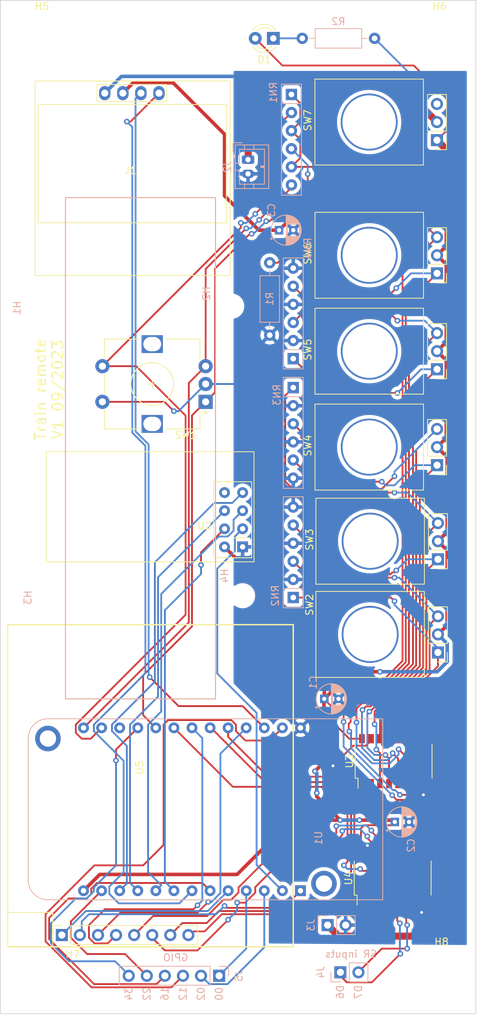
<source format=kicad_pcb>
(kicad_pcb (version 20211014) (generator pcbnew)
  (layers (0 "F.Cu" signal) (31 "B.Cu" signal) (34 "B.Paste" user) (35 "F.Paste" user) (36 "B.SilkS" user "B.Silkscreen") (37 "F.SilkS" user "F.Silkscreen") (38 "B.Mask" user) (39 "F.Mask" user) (44 "Edge.Cuts" user))
  (net 0 "")
  (net 1 "+3V3")
  (net 2 "/ENC_CLK")
  (net 3 "/ENC_DT")
  (net 4 "GND")
  (net 5 "/SCREEN1_SDA")
  (net 6 "/ENC_SW")
  (net 8 "/SR1_DATA")
  (net 9 "/SR1_LOAD")
  (net 10 "/SR1_CLOCK")
  (net 11 "/SCK")
  (net 12 "/MOSI")
  (net 13 "/MISO")
  (net 14 "/SCREEN1_SCL")
  (net 17 "/P1_L")
  (net 18 "/P1_R")
  (net 19 "/P2_L")
  (net 20 "/P2_R")
  (net 21 "/P3_L")
  (net 22 "/P3_R")
  (net 23 "/P4_L")
  (net 24 "/P4_R")
  (net 25 "/P5_L")
  (net 26 "/P5_R")
  (net 28 "/VIN_BAT")
  (net 29 "/VIN_MCU")
  (net 30 "/NRF24_CE")
  (net 31 "/NRF24_SS")
  (net 33 "Net-(U4-Pad10)")
  (net 35 "/L3")
  (net 36 "/L4")
  (net 37 "/L1")
  (net 38 "/L2")
  (net 39 "/R2")
  (net 40 "/R1")
  (net 41 "/R4")
  (net 42 "/R3")
  (net 43 "/U4_D6")
  (net 44 "/U4_D7")
  (net 45 "/UNUSED_GPIO0")
  (net 46 "/UNUSED_GPIO2")
  (net 47 "/UNUSED_GPIO12")
  (net 48 "/UNUSED_GPIO16")
  (net 49 "/UNUSED_GPIO22")
  (net 50 "/UNUSED_GPIO34")
  (net 51 "Net-(R2-Pad2)")
  (footprint "Library:Switch6mm" (layer "F.Cu") (at 155.96775 51.9715 90)
    (fp_text reference "SW6")
    (fp_text value "SW_Push_SPDT")
  )
  (footprint "MountingHole:MountingHole_4.3mm_M4_DIN965" (layer "F.Cu") (at 173.482 22.098)
    (fp_text reference "H6")
    (fp_text value "MountingHole")
  )
  (footprint "Library:Switch6mm" (layer "F.Cu") (at 156.09475 105.1845 90)
    (fp_text reference "SW2")
    (fp_text value "SW_Push_SPDT")
  )
  (footprint "Rotary_Encoder:RotaryEncoder_Alps_EC12E-Switch_Vertical_H20mm" (layer "F.Cu") (at 140.6 72.858 180)
    (fp_text reference "SW1")
    (fp_text value "RotaryEncoder_Switch")
  )
  (footprint "Library:Switch6mm" (layer "F.Cu") (at 155.96775 78.8955 90)
    (fp_text reference "SW4")
    (fp_text value "SW_Push_SPDT")
  )
  (footprint "Library:Switch6mm" (layer "F.Cu") (at 155.956 33.274 90)
    (fp_text reference "SW7")
    (fp_text value "SW_Push_SPDT")
  )
  (footprint "Library:Switch6mm" (layer "F.Cu") (at 155.96775 65.4335 90)
    (fp_text reference "SW5")
    (fp_text value "SW_Push_SPDT")
  )
  (footprint "MountingHole:MountingHole_4.3mm_M4_DIN965" (layer "F.Cu") (at 117.602 22.098)
    (fp_text reference "H5")
    (fp_text value "MountingHole")
  )
  (footprint "Library:Switch6mm" (layer "F.Cu") (at 156.09475 92.1035 90)
    (fp_text reference "SW3")
    (fp_text value "SW_Push_SPDT")
  )
  (footprint "Library:128x64OLED" (layer "F.Cu") (at 130.048 40.132)
    (fp_text reference "J1")
    (fp_text value "SSD1306")
  )
  (footprint "Package_SO:SOP-16_4.4x10.4mm_P1.27mm" (layer "F.Cu") (at 166.878 139.7 90)
    (fp_text reference "U4")
    (fp_text value "74HC165")
  )
  (footprint "Library:Keypad" (layer "F.Cu") (at 131.826 124.206 90)
    (fp_text reference "U5")
    (fp_text value "Keypad_4x4")
  )
  (footprint "MountingHole:MountingHole_4.3mm_M4_DIN965" (layer "F.Cu") (at 117.602 153.67)
    (fp_text reference "H7")
    (fp_text value "MountingHole")
  )
  (footprint "LED_THT:LED_D3.0mm" (layer "F.Cu") (at 150.114 21.844 180)
    (fp_text reference "D1")
    (fp_text value "LED")
  )
  (footprint "RF_Module:nRF24L01_Breakout" (layer "F.Cu") (at 145.796 93.218 180)
    (fp_text reference "U2")
    (fp_text value "NRF24L01_Breakout")
  )
  (footprint "MountingHole:MountingHole_4.3mm_M4_DIN965" (layer "F.Cu") (at 173.736 153.416)
    (fp_text reference "H8")
    (fp_text value "MountingHole")
  )
  (footprint "Package_SO:SOP-16_4.4x10.4mm_P1.27mm" (layer "F.Cu") (at 167.01 123.292 90)
    (fp_text reference "U3")
    (fp_text value "74HC165")
  )
  (footprint "Connector_JST:JST_PH_B2B-PH-K_1x02_P2.00mm_Vertical" (layer "B.Cu") (at 146.558 38.862 -90)
    (fp_text reference "J2")
    (fp_text value "Conn_01x02_Male")
  )
  (footprint "Connector_PinHeader_2.54mm:PinHeader_1x02_P2.54mm_Vertical" (layer "B.Cu") (at 157.734 146.304 -90)
    (fp_text reference "J3")
    (fp_text value "Conn_01x02_Male")
  )
  (footprint "Capacitor_THT:CP_Radial_D4.0mm_P2.00mm" (layer "B.Cu") (at 150.919401 48.768)
    (fp_text reference "C3")
    (fp_text value "10uF")
  )
  (footprint "Resistor_THT:R_Array_SIP6" (layer "B.Cu") (at 152.654 29.718 -90)
    (fp_text reference "RN1")
    (fp_text value "10k")
  )
  (footprint "Capacitor_THT:CP_Radial_D4.0mm_P2.00mm" (layer "B.Cu") (at 167.175401 131.826)
    (fp_text reference "C2")
    (fp_text value "0.1uF")
  )
  (footprint "MountingHole:MountingHole_2.5mm" (layer "B.Cu") (at 145.796 100.076 -90)
    (fp_text reference "H4")
    (fp_text value "MountingHole")
  )
  (footprint "Library:WEMOS_LoLin32_Lite" (layer "B.Cu") (at 153.924 141.478 -90)
    (fp_text reference "U1")
    (fp_text value "WeMos_LoLin32_Lite")
  )
  (footprint "Resistor_THT:R_Axial_DIN0207_L6.3mm_D2.5mm_P10.16mm_Horizontal" (layer "B.Cu") (at 149.606 63.5 90)
    (fp_text reference "R1")
    (fp_text value "10k")
  )
  (footprint "Resistor_THT:R_Array_SIP6" (layer "B.Cu") (at 152.908 70.866 -90)
    (fp_text reference "RN3")
    (fp_text value "10k")
  )
  (footprint "Resistor_THT:R_Array_SIP6" (layer "B.Cu") (at 152.908 66.802 90)
    (fp_text reference "RN4")
    (fp_text value "10k")
  )
  (footprint "Resistor_THT:R_Array_SIP6" (layer "B.Cu") (at 152.908 100.33 90)
    (fp_text reference "RN2")
    (fp_text value "10k")
  )
  (footprint "Connector_PinSocket_2.54mm:PinSocket_1x06_P2.54mm_Vertical" (layer "B.Cu") (at 142.494 153.416 90)
    (fp_text reference "J5")
    (fp_text value "Conn_01x06_Male")
  )
  (footprint "Connector_PinSocket_2.54mm:PinSocket_1x02_P2.54mm_Vertical" (layer "B.Cu") (at 159.532 152.933 -90)
    (fp_text reference "J4")
    (fp_text value "Conn_01x02_Male")
  )
  (footprint "MountingHole:MountingHole_2.5mm" (layer "B.Cu") (at 144.272 59.436 -90)
    (fp_text reference "H2")
    (fp_text value "MountingHole")
  )
  (footprint "Capacitor_THT:CP_Radial_D4.0mm_P2.00mm" (layer "B.Cu") (at 157.269401 114.554)
    (fp_text reference "C1")
    (fp_text value "0.1uF")
  )
  (footprint "MountingHole:MountingHole_2.5mm" (layer "B.Cu") (at 117.602 59.69 -90)
    (fp_text reference "H1")
    (fp_text value "MountingHole")
  )
  (footprint "Resistor_THT:R_Axial_DIN0207_L6.3mm_D2.5mm_P10.16mm_Horizontal" (layer "B.Cu") (at 164.338 21.844 180)
    (fp_text reference "R2")
    (fp_text value "R")
  )
  (footprint "MountingHole:MountingHole_2.5mm" (layer "B.Cu") (at 119.126 100.33 -90)
    (fp_text reference "H3")
    (fp_text value "MountingHole")
  )
  (gr_rect (start 120.904 44.196) (end 141.986 114.554) (layer "B.SilkS") (width 0.15) (fill none))
  (gr_rect (start 111.76 16.51) (end 178.562 158.75) (layer "Edge.Cuts") (width 0.1) (fill none))
  (gr_text "16" (at 134.874 155.956 90) (layer "B.SilkS") (effects (font (size 1 1)) (justify mirror)))
  (gr_text "GPIO" (at 136.398 150.876) (layer "B.SilkS") (effects (font (size 1 1)) (justify mirror)))
  (gr_text "12" (at 137.414 155.956 90) (layer "B.SilkS") (effects (font (size 1 1)) (justify mirror)))
  (gr_text "D7" (at 162.052 155.702 90) (layer "B.SilkS") (effects (font (size 1 1)) (justify mirror)))
  (gr_text "34" (at 129.794 155.956 90) (layer "B.SilkS") (effects (font (size 1 1)) (justify mirror)))
  (gr_text "D6" (at 159.512 155.702 90) (layer "B.SilkS") (effects (font (size 1 1)) (justify mirror)))
  (gr_text "SR inputs" (at 161.036 150.368) (layer "B.SilkS") (effects (font (size 1 1)) (justify mirror)))
  (gr_text "00" (at 142.494 155.956 90) (layer "B.SilkS") (effects (font (size 1 1)) (justify mirror)))
  (gr_text "02" (at 139.954 155.956 90) (layer "B.SilkS") (effects (font (size 1 1)) (justify mirror)))
  (gr_text "22" (at 132.334 155.956 90) (layer "B.SilkS") (effects (font (size 1 1)) (justify mirror)))
  (gr_text "Train remote\nV1 09/2023" (at 118.618 71.12 90) (layer "F.SilkS") (effects (font (size 1.5 1.5) (thickness 0.2))))
  (segment (start 174.539261 80.639511) (end 173.11275 79.213) (width 0.5) (layer "F.Cu") (net 1))
  (segment (start 157.269401 114.554) (end 161.079401 110.744) (width 0.5) (layer "F.Cu") (net 1))
  (segment (start 174.412261 67.050511) (end 173.11275 65.751) (width 0.5) (layer "F.Cu") (net 1))
  (segment (start 130.41752 28.08248) (end 136.03248 28.08248) (width 0.5) (layer "F.Cu") (net 1))
  (segment (start 173.23975 92.421) (end 174.539261 91.121489) (width 0.5) (layer "F.Cu") (net 1))
  (segment (start 153.903511 33.548489) (end 153.903511 30.967511) (width 0.25) (layer "F.Cu") (net 1))
  (segment (start 174.539261 93.720511) (end 173.23975 92.421) (width 0.5) (layer "F.Cu") (net 1))
  (segment (start 173.23975 105.502) (end 174.539261 104.202489) (width 0.5) (layer "F.Cu") (net 1))
  (segment (start 174.412261 77.913489) (end 174.412261 67.050511) (width 0.5) (layer "F.Cu") (net 1))
  (segment (start 156.21 128.27) (end 156.21 127.762) (width 0.5) (layer "F.Cu") (net 1))
  (segment (start 171.45 44.196) (end 169.164 44.196) (width 0.25) (layer "F.Cu") (net 1))
  (segment (start 153.713401 45.974) (end 172.72 45.974) (width 0.5) (layer "F.Cu") (net 1))
  (segment (start 150.919401 48.768) (end 153.713401 45.974) (width 0.5) (layer "F.Cu") (net 1))
  (segment (start 173.11275 65.751) (end 174.412261 64.451489) (width 0.5) (layer "F.Cu") (net 1))
  (segment (start 174.412261 50.989489) (end 173.11275 52.289) (width 0.5) (layer "F.Cu") (net 1))
  (segment (start 174.539261 91.121489) (end 174.539261 80.639511) (width 0.5) (layer "F.Cu") (net 1))
  (segment (start 161.079401 110.744) (end 165.1 110.744) (width 0.5) (layer "F.Cu") (net 1))
  (segment (start 174.412261 64.451489) (end 174.412261 53.588511) (width 0.5) (layer "F.Cu") (net 1))
  (segment (start 157.269401 107.231401) (end 157.269401 114.554) (width 0.5) (layer "F.Cu") (net 1))
  (segment (start 174.539261 104.202489) (end 174.539261 93.720511) (width 0.5) (layer "F.Cu") (net 1))
  (segment (start 143.256 35.306) (end 143.256 43.942) (width 0.5) (layer "F.Cu") (net 1))
  (segment (start 136.03248 28.08248) (end 143.256 35.306) (width 0.5) (layer "F.Cu") (net 1))
  (segment (start 143.256 93.218) (end 157.269401 107.231401) (width 0.5) (layer "F.Cu") (net 1))
  (segment (start 162.428 132.72) (end 162.856977 132.291023) (width 0.25) (layer "F.Cu") (net 1))
  (segment (start 173.11275 79.213) (end 174.412261 77.913489) (width 0.5) (layer "F.Cu") (net 1))
  (segment (start 166.710378 132.291023) (end 167.175401 131.826) (width 0.25) (layer "F.Cu") (net 1))
  (segment (start 157.226 114.554) (end 158.496 115.824) (width 0.25) (layer "F.Cu") (net 1))
  (segment (start 172.72 45.466) (end 172.72 45.974) (width 0.25) (layer "F.Cu") (net 1))
  (segment (start 162.428 136.55) (end 162.428 132.72) (width 0.25) (layer "F.Cu") (net 1))
  (segment (start 174.412261 47.666261) (end 174.412261 50.989489) (width 0.5) (layer "F.Cu") (net 1))
  (segment (start 166.921401 131.572) (end 167.175401 131.826) (width 0.5) (layer "F.Cu") (net 1))
  (segment (start 125.73 139.192) (end 145.034 139.192) (width 0.5) (layer "F.Cu") (net 1))
  (segment (start 158.496 115.824) (end 158.496 117.856) (width 0.25) (layer "F.Cu") (net 1))
  (segment (start 123.444 141.478) (end 125.73 139.192) (width 0.5) (layer "F.Cu") (net 1))
  (segment (start 153.903511 36.047511) (end 152.654 34.798) (width 0.25) (layer "F.Cu") (net 1))
  (segment (start 160.782 120.142) (end 162.56 120.142) (width 0.25) (layer "F.Cu") (net 1))
  (segment (start 174.412261 53.588511) (end 173.11275 52.289) (width 0.5) (layer "F.Cu") (net 1))
  (segment (start 162.856977 132.291023) (end 166.710378 132.291023) (width 0.25) (layer "F.Cu") (net 1))
  (segment (start 162.21002 131.572) (end 166.921401 131.572) (width 0.5) (layer "F.Cu") (net 1))
  (segment (start 153.903511 38.628489) (end 153.903511 36.047511) (width 0.25) (layer "F.Cu") (net 1))
  (segment (start 157.226 114.554) (end 157.226 123.444) (width 0.5) (layer "F.Cu") (net 1))
  (segment (start 128.968 29.532) (end 130.41752 28.08248) (width 0.5) (layer "F.Cu") (net 1))
  (segment (start 153.903511 30.967511) (end 152.654 29.718) (width 0.25) (layer "F.Cu") (net 1))
  (segment (start 145.034 139.192) (end 152.654 131.572) (width 0.5) (layer "F.Cu") (net 1))
  (segment (start 172.72 45.974) (end 174.412261 47.666261) (width 0.5) (layer "F.Cu") (net 1))
  (segment (start 159.512 131.572) (end 156.21 128.27) (width 0.5) (layer "F.Cu") (net 1))
  (segment (start 158.496 117.856) (end 160.782 120.142) (width 0.25) (layer "F.Cu") (net 1))
  (segment (start 148.082 48.768) (end 150.919401 48.768) (width 0.5) (layer "F.Cu") (net 1))
  (segment (start 152.654 131.572) (end 159.512 131.572) (width 0.5) (layer "F.Cu") (net 1))
  (segment (start 152.654 39.878) (end 153.903511 38.628489) (width 0.25) (layer "F.Cu") (net 1))
  (segment (start 169.164 44.196) (end 164.846 39.878) (width 0.25) (layer "F.Cu") (net 1))
  (segment (start 157.226 123.444) (end 155.956 124.714) (width 0.5) (layer "F.Cu") (net 1))
  (segment (start 152.654 34.798) (end 153.903511 33.548489) (width 0.25) (layer "F.Cu") (net 1))
  (segment (start 164.846 39.878) (end 152.654 39.878) (width 0.25) (layer "F.Cu") (net 1))
  (segment (start 143.256 43.942) (end 148.082 48.768) (width 0.5) (layer "F.Cu") (net 1))
  (segment (start 171.45 44.196) (end 172.72 45.466) (width 0.25) (layer "F.Cu") (net 1))
  (via (at 165.1 110.744) (size 0.8) (drill 0.4) (layers "F.Cu" "B.Cu") (net 1))
  (via (at 155.956 124.714) (size 0.8) (drill 0.4) (layers "F.Cu" "B.Cu") (net 1))
  (via (at 156.21 127.762) (size 0.8) (drill 0.4) (layers "F.Cu" "B.Cu") (net 1))
  (via (at 162.21002 131.572) (size 0.8) (drill 0.4) (layers "F.Cu" "B.Cu") (net 1))
  (via (at 159.512 131.572) (size 0.8) (drill 0.4) (layers "F.Cu" "B.Cu") (net 1))
  (segment (start 165.1 110.744) (end 173.136772 110.744) (width 0.5) (layer "B.Cu") (net 1))
  (segment (start 156.21 127.762) (end 156.21 124.968) (width 0.5) (layer "B.Cu") (net 1))
  (segment (start 173.136772 110.744) (end 174.539261 109.341511) (width 0.5) (layer "B.Cu") (net 1))
  (segment (start 156.21 124.968) (end 155.956 124.714) (width 0.5) (layer "B.Cu") (net 1))
  (segment (start 159.512 131.572) (end 162.21002 131.572) (width 0.5) (layer "B.Cu") (net 1))
  (segment (start 174.539261 106.801511) (end 173.23975 105.502) (width 0.5) (layer "B.Cu") (net 1))
  (segment (start 174.539261 109.341511) (end 174.539261 106.801511) (width 0.5) (layer "B.Cu") (net 1))
  (segment (start 149.110333 47.500345) (end 149.603655 47.500345) (width 0.25) (layer "F.Cu") (net 2))
  (segment (start 131.826 111.243386) (end 131.826 116.84) (width 0.25) (layer "F.Cu") (net 2))
  (segment (start 131.826 116.84) (end 133.604 118.618) (width 0.25) (layer "F.Cu") (net 2))
  (segment (start 146.812 49.276) (end 147.066 49.276) (width 0.25) (layer "F.Cu") (net 2))
  (segment (start 140.6 72.858) (end 141.924511 71.533489) (width 0.25) (layer "F.Cu") (net 2))
  (segment (start 141.924511 54.163489) (end 146.812 49.276) (width 0.25) (layer "F.Cu") (net 2))
  (segment (start 141.924511 71.533489) (end 141.924511 54.163489) (width 0.25) (layer "F.Cu") (net 2))
  (segment (start 149.603655 47.500345) (end 154.94 42.164) (width 0.25) (layer "F.Cu") (net 2))
  (segment (start 138.684 104.385386) (end 131.826 111.243386) (width 0.25) (layer "F.Cu") (net 2))
  (segment (start 140.6 72.858) (end 138.684 74.774) (width 0.25) (layer "F.Cu") (net 2))
  (segment (start 154.94 42.164) (end 154.94 40.894) (width 0.25) (layer "F.Cu") (net 2))
  (segment (start 138.684 74.774) (end 138.684 104.385386) (width 0.25) (layer "F.Cu") (net 2))
  (via (at 149.110333 47.500345) (size 0.8) (drill 0.4) (layers "F.Cu" "B.Cu") (net 2))
  (via (at 147.066 49.276) (size 0.8) (drill 0.4) (layers "F.Cu" "B.Cu") (net 2))
  (via (at 154.94 40.894) (size 0.8) (drill 0.4) (layers "F.Cu" "B.Cu") (net 2))
  (segment (start 147.334678 49.276) (end 149.110333 47.500345) (width 0.25) (layer "B.Cu") (net 2))
  (segment (start 154.94 39.624) (end 152.654 37.338) (width 0.25) (layer "B.Cu") (net 2))
  (segment (start 147.066 49.276) (end 147.334678 49.276) (width 0.25) (layer "B.Cu") (net 2))
  (segment (start 154.94 40.894) (end 154.94 39.624) (width 0.25) (layer "B.Cu") (net 2))
  (segment (start 140.6 67.858) (end 140.6 54.218) (width 0.25) (layer "F.Cu") (net 3))
  (segment (start 140.6 54.218) (end 146.304 48.514) (width 0.25) (layer "F.Cu") (net 3))
  (segment (start 148.128424 47.313636) (end 152.654 42.78806) (width 0.25) (layer "F.Cu") (net 3))
  (segment (start 138.23448 70.22352) (end 138.23448 103.82752) (width 0.25) (layer "F.Cu") (net 3))
  (segment (start 152.654 42.78806) (end 152.654 42.418) (width 0.25) (layer "F.Cu") (net 3))
  (segment (start 140.6 67.858) (end 138.23448 70.22352) (width 0.25) (layer "F.Cu") (net 3))
  (segment (start 138.23448 103.82752) (end 123.444 118.618) (width 0.25) (layer "F.Cu") (net 3))
  (via (at 148.128424 47.313636) (size 0.8) (drill 0.4) (layers "F.Cu" "B.Cu") (net 3))
  (via (at 146.304 48.514) (size 0.8) (drill 0.4) (layers "F.Cu" "B.Cu") (net 3))
  (segment (start 146.304 48.514) (end 146.92806 48.514) (width 0.25) (layer "B.Cu") (net 3))
  (segment (start 146.92806 48.514) (end 148.128424 47.313636) (width 0.25) (layer "B.Cu") (net 3))
  (segment (start 158.496 123.952) (end 161.331489 121.116511) (width 0.25) (layer "F.Cu") (net 4))
  (segment (start 163.115489 121.116511) (end 163.84 120.392) (width 0.25) (layer "F.Cu") (net 4))
  (segment (start 126.1 72.858) (end 134.825402 72.858) (width 0.25) (layer "F.Cu") (net 4))
  (segment (start 134.825402 72.858) (end 136.139701 74.172299) (width 0.25) (layer "F.Cu") (net 4))
  (segment (start 171.328 142.85) (end 171.328 144.14) (width 0.25) (layer "F.Cu") (net 4))
  (segment (start 171.328 144.14) (end 170.942 144.526) (width 0.25) (layer "F.Cu") (net 4))
  (segment (start 163.84 120.392) (end 163.84 120.142) (width 0.25) (layer "F.Cu") (net 4))
  (segment (start 171.46 126.442) (end 171.46 127.752) (width 0.25) (layer "F.Cu") (net 4))
  (segment (start 161.331489 121.116511) (end 163.115489 121.116511) (width 0.25) (layer "F.Cu") (net 4))
  (segment (start 163.708 136.55) (end 163.708 135.514) (width 0.25) (layer "F.Cu") (net 4))
  (segment (start 163.708 135.514) (end 163.322 135.128) (width 0.25) (layer "F.Cu") (net 4))
  (segment (start 171.46 127.752) (end 171.196 128.016) (width 0.25) (layer "F.Cu") (net 4))
  (via (at 136.139701 74.172299) (size 0.8) (drill 0.4) (layers "F.Cu" "B.Cu") (net 4))
  (via (at 171.196 128.016) (size 0.8) (drill 0.4) (layers "F.Cu" "B.Cu") (net 4))
  (via (at 170.942 144.526) (size 0.8) (drill 0.4) (layers "F.Cu" "B.Cu") (net 4))
  (via (at 158.496 123.952) (size 0.8) (drill 0.4) (layers "F.Cu" "B.Cu") (net 4))
  (via (at 163.322 135.128) (size 0.8) (drill 0.4) (layers "F.Cu" "B.Cu") (net 4))
  (segment (start 145.034 27.178) (end 145.796 27.94) (width 0.5) (layer "B.Cu") (net 4))
  (segment (start 136.785701 74.172299) (end 140.6 70.358) (width 0.25) (layer "B.Cu") (net 4))
  (segment (start 126.428 29.532) (end 128.782 27.178) (width 0.5) (layer "B.Cu") (net 4))
  (segment (start 164.338 21.844) (end 169.926 27.432) (width 0.25) (layer "B.Cu") (net 4))
  (segment (start 136.139701 74.172299) (end 136.785701 74.172299) (width 0.25) (layer "B.Cu") (net 4))
  (segment (start 128.782 27.178) (end 145.034 27.178) (width 0.5) (layer "B.Cu") (net 4))
  (segment (start 140.6 70.358) (end 145.796 70.358) (width 0.25) (layer "B.Cu") (net 4))
  (segment (start 130.052 33.528) (end 134.048 29.532) (width 0.25) (layer "F.Cu") (net 5))
  (segment (start 129.54 33.528) (end 130.052 33.528) (width 0.25) (layer "F.Cu") (net 5))
  (via (at 129.54 33.528) (size 0.8) (drill 0.4) (layers "F.Cu" "B.Cu") (net 5))
  (segment (start 125.546511 117.531489) (end 125.533951 117.531489) (width 0.25) (layer "B.Cu") (net 5))
  (segment (start 136.906 143.256) (end 138.684 141.478) (width 0.25) (layer "B.Cu") (net 5))
  (segment (start 130.302 34.29) (end 130.302 77.19474) (width 0.25) (layer "B.Cu") (net 5))
  (segment (start 132.13848 110.93952) (end 125.546511 117.531489) (width 0.25) (layer "B.Cu") (net 5))
  (segment (start 132.13848 79.03122) (end 132.13848 110.93952) (width 0.25) (layer "B.Cu") (net 5))
  (segment (start 129.078449 123.249009) (end 129.078449 138.891551) (width 0.25) (layer "B.Cu") (net 5))
  (segment (start 128.398462 143.256) (end 136.906 143.256) (width 0.25) (layer "B.Cu") (net 5))
  (segment (start 125.533951 117.531489) (end 124.897489 118.167951) (width 0.25) (layer "B.Cu") (net 5))
  (segment (start 127.070511 140.899489) (end 127.070511 141.928049) (width 0.25) (layer "B.Cu") (net 5))
  (segment (start 130.302 77.19474) (end 132.13848 79.03122) (width 0.25) (layer "B.Cu") (net 5))
  (segment (start 124.897489 119.068049) (end 129.078449 123.249009) (width 0.25) (layer "B.Cu") (net 5))
  (segment (start 129.54 33.528) (end 130.302 34.29) (width 0.25) (layer "B.Cu") (net 5))
  (segment (start 129.078449 138.891551) (end 127.070511 140.899489) (width 0.25) (layer "B.Cu") (net 5))
  (segment (start 127.070511 141.928049) (end 128.398462 143.256) (width 0.25) (layer "B.Cu") (net 5))
  (segment (start 124.897489 118.167951) (end 124.897489 119.068049) (width 0.25) (layer "B.Cu") (net 5))
  (segment (start 126.1 67.858) (end 130.85 67.858) (width 0.25) (layer "F.Cu") (net 6))
  (segment (start 122.357489 119.309489) (end 123.19 120.142) (width 0.25) (layer "F.Cu") (net 6))
  (segment (start 124.46 120.142) (end 125.984 118.618) (width 0.25) (layer "F.Cu") (net 6))
  (segment (start 130.85 67.858) (end 137.78496 74.79296) (width 0.25) (layer "F.Cu") (net 6))
  (segment (start 145.542 47.752) (end 145.542 48.416) (width 0.25) (layer "F.Cu") (net 6))
  (segment (start 123.19 120.142) (end 124.46 120.142) (width 0.25) (layer "F.Cu") (net 6))
  (segment (start 152.654 32.258) (end 150.622 34.29) (width 0.25) (layer "F.Cu") (net 6))
  (segment (start 137.78496 102.74048) (end 122.357489 118.167951) (width 0.25) (layer "F.Cu") (net 6))
  (segment (start 150.622 43.434) (end 147.574 46.482) (width 0.25) (layer "F.Cu") (net 6))
  (segment (start 137.78496 74.79296) (end 137.78496 102.74048) (width 0.25) (layer "F.Cu") (net 6))
  (segment (start 145.542 48.416) (end 126.1 67.858) (width 0.25) (layer "F.Cu") (net 6))
  (segment (start 150.622 34.29) (end 150.622 43.434) (width 0.25) (layer "F.Cu") (net 6))
  (segment (start 122.357489 118.167951) (end 122.357489 119.309489) (width 0.25) (layer "F.Cu") (net 6))
  (via (at 147.574 46.482) (size 0.8) (drill 0.4) (layers "F.Cu" "B.Cu") (net 6))
  (via (at 145.542 47.752) (size 0.8) (drill 0.4) (layers "F.Cu" "B.Cu") (net 6))
  (segment (start 146.304 47.752) (end 145.542 47.752) (width 0.25) (layer "B.Cu") (net 6))
  (segment (start 147.574 46.482) (end 146.304 47.752) (width 0.25) (layer "B.Cu") (net 6))
  (segment (start 171.328 137.79) (end 170.434 138.684) (width 0.25) (layer "F.Cu") (net 8))
  (segment (start 144.41752 126.89152) (end 136.144 118.618) (width 0.25) (layer "F.Cu") (net 8))
  (segment (start 162.56 138.684) (end 162.306 138.43) (width 0.25) (layer "F.Cu") (net 8))
  (segment (start 171.328 136.55) (end 171.328 137.79) (width 0.25) (layer "F.Cu") (net 8))
  (segment (start 160.528 137.414) (end 160.528 130.556) (width 0.25) (layer "F.Cu") (net 8))
  (segment (start 170.434 138.684) (end 162.56 138.684) (width 0.25) (layer "F.Cu") (net 8))
  (segment (start 160.02 137.922) (end 160.528 137.414) (width 0.25) (layer "F.Cu") (net 8))
  (segment (start 160.528 130.556) (end 156.86352 126.89152) (width 0.25) (layer "F.Cu") (net 8))
  (segment (start 156.86352 126.89152) (end 144.41752 126.89152) (width 0.25) (layer "F.Cu") (net 8))
  (via (at 162.306 138.43) (size 0.8) (drill 0.4) (layers "F.Cu" "B.Cu") (net 8))
  (via (at 160.02 137.922) (size 0.8) (drill 0.4) (layers "F.Cu" "B.Cu") (net 8))
  (segment (start 160.02 137.922) (end 160.528 138.43) (width 0.25) (layer "B.Cu") (net 8))
  (segment (start 160.528 138.43) (end 162.306 138.43) (width 0.25) (layer "B.Cu") (net 8))
  (segment (start 162.356 126.238) (end 148.971718 126.238) (width 0.25) (layer "F.Cu") (net 9))
  (segment (start 162.56 126.442) (end 162.356 126.238) (width 0.25) (layer "F.Cu") (net 9))
  (segment (start 161.036 141.458) (end 161.036 127.966) (width 0.25) (layer "F.Cu") (net 9))
  (segment (start 141.351718 118.618) (end 141.224 118.618) (width 0.25) (layer "F.Cu") (net 9))
  (segment (start 148.971718 126.238) (end 141.351718 118.618) (width 0.25) (layer "F.Cu") (net 9))
  (segment (start 161.036 127.966) (end 162.56 126.442) (width 0.25) (layer "F.Cu") (net 9))
  (segment (start 162.428 142.85) (end 161.036 141.458) (width 0.25) (layer "F.Cu") (net 9))
  (segment (start 163.708 142.6) (end 161.48552 140.37752) (width 0.25) (layer "F.Cu") (net 10))
  (segment (start 143.764 119.888) (end 143.764 118.618) (width 0.25) (layer "F.Cu") (net 10))
  (segment (start 149.352 125.476) (end 143.764 119.888) (width 0.25) (layer "F.Cu") (net 10))
  (segment (start 163.84 126.442) (end 163.84 126.192) (width 0.25) (layer "F.Cu") (net 10))
  (segment (start 149.360511 125.467489) (end 149.352 125.476) (width 0.25) (layer "F.Cu") (net 10))
  (segment (start 163.115489 125.467489) (end 149.360511 125.467489) (width 0.25) (layer "F.Cu") (net 10))
  (segment (start 163.84 126.192) (end 163.115489 125.467489) (width 0.25) (layer "F.Cu") (net 10))
  (segment (start 163.708 142.85) (end 163.708 142.6) (width 0.25) (layer "F.Cu") (net 10))
  (segment (start 163.84 126.861022) (end 163.84 126.442) (width 0.25) (layer "F.Cu") (net 10))
  (segment (start 161.48552 140.37752) (end 161.48552 129.215502) (width 0.25) (layer "F.Cu") (net 10))
  (segment (start 161.48552 129.215502) (end 163.84 126.861022) (width 0.25) (layer "F.Cu") (net 10))
  (segment (start 132.517489 138.867489) (end 132.517489 118.167951) (width 0.25) (layer "B.Cu") (net 11))
  (segment (start 144.526 90.94456) (end 144.526 89.408) (width 0.25) (layer "B.Cu") (net 11))
  (segment (start 134.366 140.716) (end 132.517489 138.867489) (width 0.25) (layer "B.Cu") (net 11))
  (segment (start 134.366 116.31944) (end 134.366 99.822) (width 0.25) (layer "B.Cu") (net 11))
  (segment (start 143.706049 91.764511) (end 144.526 90.94456) (width 0.25) (layer "B.Cu") (net 11))
  (segment (start 142.423489 91.764511) (end 143.706049 91.764511) (width 0.25) (layer "B.Cu") (net 11))
  (segment (start 132.517489 118.167951) (end 134.366 116.31944) (width 0.25) (layer "B.Cu") (net 11))
  (segment (start 133.604 141.478) (end 134.366 140.716) (width 0.25) (layer "B.Cu") (net 11))
  (segment (start 134.366 99.822) (end 142.423489 91.764511) (width 0.25) (layer "B.Cu") (net 11))
  (segment (start 144.526 89.408) (end 145.796 88.138) (width 0.25) (layer "B.Cu") (net 11))
  (segment (start 129.977489 118.167951) (end 129.977489 140.391489) (width 0.25) (layer "B.Cu") (net 12))
  (segment (start 133.91648 114.22896) (end 129.977489 118.167951) (width 0.25) (layer "B.Cu") (net 12))
  (segment (start 143.256 88.138) (end 133.91648 97.47752) (width 0.25) (layer "B.Cu") (net 12))
  (segment (start 129.977489 140.391489) (end 131.064 141.478) (width 0.25) (layer "B.Cu") (net 12))
  (segment (start 133.91648 97.47752) (end 133.91648 114.22896) (width 0.25) (layer "B.Cu") (net 12))
  (segment (start 127.437489 118.167951) (end 127.437489 119.068049) (width 0.25) (layer "B.Cu") (net 13))
  (segment (start 133.46696 95.38704) (end 133.46696 112.13848) (width 0.25) (layer "B.Cu") (net 13))
  (segment (start 127.437489 119.068049) (end 129.527969 121.158529) (width 0.25) (layer "B.Cu") (net 13))
  (segment (start 133.46696 112.13848) (end 127.437489 118.167951) (width 0.25) (layer "B.Cu") (net 13))
  (segment (start 145.796 85.598) (end 144.342511 87.051489) (width 0.25) (layer "B.Cu") (net 13))
  (segment (start 129.527969 121.158529) (end 129.527969 140.474031) (width 0.25) (layer "B.Cu") (net 13))
  (segment (start 141.802511 87.051489) (end 133.46696 95.38704) (width 0.25) (layer "B.Cu") (net 13))
  (segment (start 144.342511 87.051489) (end 141.802511 87.051489) (width 0.25) (layer "B.Cu") (net 13))
  (segment (start 129.527969 140.474031) (end 128.524 141.478) (width 0.25) (layer "B.Cu") (net 13))
  (segment (start 136.80646 115.57) (end 145.796 115.57) (width 0.25) (layer "F.Cu") (net 14))
  (segment (start 145.796 115.57) (end 148.844 118.618) (width 0.25) (layer "F.Cu") (net 14))
  (segment (start 132.74246 111.506) (end 136.80646 115.57) (width 0.25) (layer "F.Cu") (net 14))
  (via (at 132.74246 111.506) (size 0.8) (drill 0.4) (layers "F.Cu" "B.Cu") (net 14))
  (segment (start 132.588 111.35154) (end 132.588 78.845022) (width 0.25) (layer "B.Cu") (net 14))
  (segment (start 130.75152 77.008542) (end 130.75152 30.28848) (width 0.25) (layer "B.Cu") (net 14))
  (segment (start 130.75152 30.28848) (end 131.508 29.532) (width 0.25) (layer "B.Cu") (net 14))
  (segment (start 132.74246 111.506) (end 132.588 111.35154) (width 0.25) (layer "B.Cu") (net 14))
  (segment (start 132.588 78.845022) (end 130.75152 77.008542) (width 0.25) (layer "B.Cu") (net 14))
  (segment (start 166.624 100.33) (end 167.132 100.838) (width 0.25) (layer "F.Cu") (net 17))
  (segment (start 173.23975 109.97025) (end 173.23975 108.042) (width 0.25) (layer "F.Cu") (net 17))
  (segment (start 168.92 114.29) (end 173.23975 109.97025) (width 0.25) (layer "F.Cu") (net 17))
  (segment (start 152.908 100.33) (end 166.624 100.33) (width 0.25) (layer "F.Cu") (net 17))
  (segment (start 168.92 120.142) (end 168.92 114.29) (width 0.25) (layer "F.Cu") (net 17))
  (via (at 167.132 100.838) (size 0.8) (drill 0.4) (layers "F.Cu" "B.Cu") (net 17))
  (segment (start 167.132 100.838) (end 167.132 101.346) (width 0.25) (layer "B.Cu") (net 17))
  (segment (start 173.23975 107.45375) (end 173.23975 108.042) (width 0.25) (layer "B.Cu") (net 17))
  (segment (start 167.132 101.346) (end 173.23975 107.45375) (width 0.25) (layer "B.Cu") (net 17))
  (segment (start 152.908 95.25) (end 155.194 97.536) (width 0.25) (layer "F.Cu") (net 18))
  (segment (start 155.194 97.536) (end 167.132 97.536) (width 0.25) (layer "F.Cu") (net 18))
  (segment (start 172.065239 110.509043) (end 172.065239 104.136511) (width 0.25) (layer "F.Cu") (net 18))
  (segment (start 167.65 114.924282) (end 172.065239 110.509043) (width 0.25) (layer "F.Cu") (net 18))
  (segment (start 167.65 120.142) (end 167.65 114.924282) (width 0.25) (layer "F.Cu") (net 18))
  (segment (start 172.065239 104.136511) (end 173.23975 102.962) (width 0.25) (layer "F.Cu") (net 18))
  (via (at 167.132 97.536) (size 0.8) (drill 0.4) (layers "F.Cu" "B.Cu") (net 18))
  (segment (start 167.132 97.536) (end 167.81375 97.536) (width 0.25) (layer "B.Cu") (net 18))
  (segment (start 167.81375 97.536) (end 173.23975 102.962) (width 0.25) (layer "B.Cu") (net 18))
  (segment (start 159.82448 97.08648) (end 152.908 90.17) (width 0.25) (layer "F.Cu") (net 19))
  (segment (start 171.615719 110.322845) (end 171.615719 96.585031) (width 0.25) (layer "F.Cu") (net 19))
  (segment (start 166.831897 96.811489) (end 166.556906 97.08648) (width 0.25) (layer "F.Cu") (net 19))
  (segment (start 171.615719 96.585031) (end 173.23975 94.961) (width 0.25) (layer "F.Cu") (net 19))
  (segment (start 166.37 115.568564) (end 171.615719 110.322845) (width 0.25) (layer "F.Cu") (net 19))
  (segment (start 166.556906 97.08648) (end 159.82448 97.08648) (width 0.25) (layer "F.Cu") (net 19))
  (segment (start 166.37 120.142) (end 166.37 115.568564) (width 0.25) (layer "F.Cu") (net 19))
  (segment (start 167.386 96.52) (end 167.094511 96.811489) (width 0.25) (layer "F.Cu") (net 19))
  (segment (start 167.094511 96.811489) (end 166.831897 96.811489) (width 0.25) (layer "F.Cu") (net 19))
  (via (at 167.386 96.52) (size 0.8) (drill 0.4) (layers "F.Cu" "B.Cu") (net 19))
  (segment (start 168.945 94.961) (end 173.23975 94.961) (width 0.25) (layer "B.Cu") (net 19))
  (segment (start 167.386 96.52) (end 168.945 94.961) (width 0.25) (layer "B.Cu") (net 19))
  (segment (start 151.783489 84.031789) (end 153.3497 85.598) (width 0.25) (layer "F.Cu") (net 20))
  (segment (start 153.3497 85.598) (end 167.132 85.598) (width 0.25) (layer "F.Cu") (net 20))
  (segment (start 165.1 116.202846) (end 171.166199 110.136647) (width 0.25) (layer "F.Cu") (net 20))
  (segment (start 171.166199 91.954551) (end 173.23975 89.881) (width 0.25) (layer "F.Cu") (net 20))
  (segment (start 152.908 70.866) (end 151.783489 71.990511) (width 0.25) (layer "F.Cu") (net 20))
  (segment (start 151.783489 71.990511) (end 151.783489 84.031789) (width 0.25) (layer "F.Cu") (net 20))
  (segment (start 171.166199 110.136647) (end 171.166199 91.954551) (width 0.25) (layer "F.Cu") (net 20))
  (segment (start 165.1 120.142) (end 165.1 116.202846) (width 0.25) (layer "F.Cu") (net 20))
  (via (at 167.132 85.598) (size 0.8) (drill 0.4) (layers "F.Cu" "B.Cu") (net 20))
  (segment (start 167.132 85.598) (end 168.95675 85.598) (width 0.25) (layer "B.Cu") (net 20))
  (segment (start 168.95675 85.598) (end 173.23975 89.881) (width 0.25) (layer "B.Cu") (net 20))
  (segment (start 165.349701 84.069701) (end 160.232201 84.069701) (width 0.25) (layer "F.Cu") (net 21))
  (segment (start 170.688 84.17775) (end 173.11275 81.753) (width 0.25) (layer "F.Cu") (net 21))
  (segment (start 164.338 116.329128) (end 170.688 109.979128) (width 0.25) (layer "F.Cu") (net 21))
  (segment (start 154.032511 77.870011) (end 154.032511 77.070511) (width 0.25) (layer "F.Cu") (net 21))
  (segment (start 160.232201 84.069701) (end 154.032511 77.870011) (width 0.25) (layer "F.Cu") (net 21))
  (segment (start 164.338 118.11) (end 164.338 116.329128) (width 0.25) (layer "F.Cu") (net 21))
  (segment (start 154.032511 77.070511) (end 152.908 75.946) (width 0.25) (layer "F.Cu") (net 21))
  (segment (start 170.688 109.979128) (end 170.688 84.17775) (width 0.25) (layer "F.Cu") (net 21))
  (segment (start 165.1 126.442) (end 165.1 122.174) (width 0.25) (layer "F.Cu") (net 21))
  (segment (start 165.1 122.174) (end 164.592 121.666) (width 0.25) (layer "F.Cu") (net 21))
  (via (at 164.592 121.666) (size 0.8) (drill 0.4) (layers "F.Cu" "B.Cu") (net 21))
  (via (at 164.338 118.11) (size 0.8) (drill 0.4) (layers "F.Cu" "B.Cu") (net 21))
  (via (at 165.349701 84.069701) (size 0.8) (drill 0.4) (layers "F.Cu" "B.Cu") (net 21))
  (segment (start 165.349701 84.069701) (end 165.862 84.582) (width 0.25) (layer "B.Cu") (net 21))
  (segment (start 164.592 118.364) (end 164.338 118.11) (width 0.25) (layer "B.Cu") (net 21))
  (segment (start 167.132 84.582) (end 169.961 81.753) (width 0.25) (layer "B.Cu") (net 21))
  (segment (start 165.862 84.582) (end 167.132 84.582) (width 0.25) (layer "B.Cu") (net 21))
  (segment (start 164.592 121.666) (end 164.592 118.364) (width 0.25) (layer "B.Cu") (net 21))
  (segment (start 169.961 81.753) (end 173.11275 81.753) (width 0.25) (layer "B.Cu") (net 21))
  (segment (start 163.69941 116.332) (end 170.18 109.85141) (width 0.25) (layer "F.Cu") (net 22))
  (segment (start 170.18 109.85141) (end 170.18 79.60575) (width 0.25) (layer "F.Cu") (net 22))
  (segment (start 166.37 122.936) (end 165.862 122.428) (width 0.25) (layer "F.Cu") (net 22))
  (segment (start 170.18 79.60575) (end 173.11275 76.673) (width 0.25) (layer "F.Cu") (net 22))
  (segment (start 163.6135 116.332) (end 163.69941 116.332) (width 0.25) (layer "F.Cu") (net 22))
  (segment (start 166.37 126.442) (end 166.37 122.936) (width 0.25) (layer "F.Cu") (net 22))
  (segment (start 156.972 85.09) (end 152.908 81.026) (width 0.25) (layer "F.Cu") (net 22))
  (segment (start 167.132 83.312) (end 165.354 85.09) (width 0.25) (layer "F.Cu") (net 22))
  (segment (start 165.354 85.09) (end 156.972 85.09) (width 0.25) (layer "F.Cu") (net 22))
  (via (at 165.862 122.428) (size 0.8) (drill 0.4) (layers "F.Cu" "B.Cu") (net 22))
  (via (at 163.6135 116.332) (size 0.8) (drill 0.4) (layers "F.Cu" "B.Cu") (net 22))
  (via (at 167.132 83.312) (size 0.8) (drill 0.4) (layers "F.Cu" "B.Cu") (net 22))
  (segment (start 163.322 121.420614) (end 163.322 116.6235) (width 0.25) (layer "B.Cu") (net 22))
  (segment (start 167.132 82.65375) (end 173.11275 76.673) (width 0.25) (layer "B.Cu") (net 22))
  (segment (start 163.322 116.6235) (end 163.6135 116.332) (width 0.25) (layer "B.Cu") (net 22))
  (segment (start 164.329386 122.428) (end 163.322 121.420614) (width 0.25) (layer "B.Cu") (net 22))
  (segment (start 165.862 122.428) (end 164.329386 122.428) (width 0.25) (layer "B.Cu") (net 22))
  (segment (start 167.132 83.312) (end 167.132 82.65375) (width 0.25) (layer "B.Cu") (net 22))
  (segment (start 169.73048 109.665212) (end 169.73048 71.67327) (width 0.25) (layer "F.Cu") (net 23))
  (segment (start 167.65 122.946) (end 166.878 122.174) (width 0.25) (layer "F.Cu") (net 23))
  (segment (start 157.734 71.628) (end 167.54046 71.628) (width 0.25) (layer "F.Cu") (net 23))
  (segment (start 162.64106 116.100991) (end 163.134562 115.607489) (width 0.25) (layer "F.Cu") (net 23))
  (segment (start 152.908 66.802) (end 157.734 71.628) (width 0.25) (layer "F.Cu") (net 23))
  (segment (start 163.788203 115.607489) (end 169.73048 109.665212) (width 0.25) (layer "F.Cu") (net 23))
  (segment (start 163.134562 115.607489) (end 163.788203 115.607489) (width 0.25) (layer "F.Cu") (net 23))
  (segment (start 169.73048 71.67327) (end 173.11275 68.291) (width 0.25) (layer "F.Cu") (net 23))
  (segment (start 167.65 126.442) (end 167.65 122.946) (width 0.25) (layer "F.Cu") (net 23))
  (via (at 162.64106 116.100991) (size 0.8) (drill 0.4) (layers "F.Cu" "B.Cu") (net 23))
  (via (at 166.878 122.174) (size 0.8) (drill 0.4) (layers "F.Cu" "B.Cu") (net 23))
  (via (at 167.54046 71.628) (size 0.8) (drill 0.4) (layers "F.Cu" "B.Cu") (net 23))
  (segment (start 166.162103 123.152511) (end 164.300511 123.152511) (width 0.25) (layer "B.Cu") (net 23))
  (segment (start 167.54046 71.628) (end 170.87746 68.291) (width 0.25) (layer "B.Cu") (net 23))
  (segment (start 170.87746 68.291) (end 173.11275 68.291) (width 0.25) (layer "B.Cu") (net 23))
  (segment (start 164.300511 123.152511) (end 162.56 121.412) (width 0.25) (layer "B.Cu") (net 23))
  (segment (start 166.878 122.174) (end 166.878 122.436614) (width 0.25) (layer "B.Cu") (net 23))
  (segment (start 162.56 121.412) (end 162.56 116.182051) (width 0.25) (layer "B.Cu") (net 23))
  (segment (start 166.878 122.436614) (end 166.162103 123.152511) (width 0.25) (layer "B.Cu") (net 23))
  (segment (start 162.56 116.182051) (end 162.64106 116.100991) (width 0.25) (layer "B.Cu") (net 23))
  (segment (start 162.559468 115.157969) (end 163.602005 115.157969) (width 0.25) (layer "F.Cu") (net 24))
  (segment (start 168.92 126.442) (end 168.92 122.82994) (width 0.25) (layer "F.Cu") (net 24))
  (segment (start 168.92 122.82994) (end 167.709636 121.619576) (width 0.25) (layer "F.Cu") (net 24))
  (segment (start 154.432 60.198) (end 166.27046 60.198) (width 0.25) (layer "F.Cu") (net 24))
  (segment (start 169.164 109.595974) (end 169.164 67.15975) (width 0.25) (layer "F.Cu") (net 24))
  (segment (start 166.27046 60.198) (end 167.54046 61.468) (width 0.25) (layer "F.Cu") (net 24))
  (segment (start 163.602005 115.157969) (end 169.164 109.595974) (width 0.25) (layer "F.Cu") (net 24))
  (segment (start 161.798 115.919437) (end 162.559468 115.157969) (width 0.25) (layer "F.Cu") (net 24))
  (segment (start 169.164 67.15975) (end 173.11275 63.211) (width 0.25) (layer "F.Cu") (net 24))
  (segment (start 161.798 117.856) (end 161.798 115.919437) (width 0.25) (layer "F.Cu") (net 24))
  (segment (start 152.908 61.722) (end 154.432 60.198) (width 0.25) (layer "F.Cu") (net 24))
  (via (at 161.798 117.856) (size 0.8) (drill 0.4) (layers "F.Cu" "B.Cu") (net 24))
  (via (at 167.54046 61.468) (size 0.8) (drill 0.4) (layers "F.Cu" "B.Cu") (net 24))
  (via (at 167.709636 121.619576) (size 0.8) (drill 0.4) (layers "F.Cu" "B.Cu") (net 24))
  (segment (start 161.798 117.856) (end 161.798 121.412) (width 0.25) (layer "B.Cu") (net 24))
  (segment (start 167.54046 61.468) (end 171.36975 61.468) (width 0.25) (layer "B.Cu") (net 24))
  (segment (start 161.798 121.412) (end 163.988031 123.602031) (width 0.25) (layer "B.Cu") (net 24))
  (segment (start 171.36975 61.468) (end 173.11275 63.211) (width 0.25) (layer "B.Cu") (net 24))
  (segment (start 167.709636 122.366978) (end 167.709636 121.619576) (width 0.25) (layer "B.Cu") (net 24))
  (segment (start 163.988031 123.602031) (end 166.474583 123.602031) (width 0.25) (layer "B.Cu") (net 24))
  (segment (start 166.474583 123.602031) (end 167.709636 122.366978) (width 0.25) (layer "B.Cu") (net 24))
  (segment (start 168.788 135.377718) (end 171.45 132.715718) (width 0.25) (layer "F.Cu") (net 25))
  (segment (start 152.908 56.642) (end 154.432 58.166) (width 0.25) (layer "F.Cu") (net 25))
  (segment (start 160.786299 119.121701) (end 160.698958 119.03436) (width 0.25) (layer "F.Cu") (net 25))
  (segment (start 160.698958 119.03436) (end 160.698958 118.051522) (width 0.25) (layer "F.Cu") (net 25))
  (segment (start 163.415807 114.708449) (end 168.71448 109.409776) (width 0.25) (layer "F.Cu") (net 25))
  (segment (start 169.164 128.016) (end 167.894 128.016) (width 0.25) (layer "F.Cu") (net 25))
  (segment (start 168.788 136.55) (end 168.788 135.377718) (width 0.25) (layer "F.Cu") (net 25))
  (segment (start 168.71448 109.409776) (end 168.71448 59.22727) (width 0.25) (layer "F.Cu") (net 25))
  (segment (start 160.973949 117.776531) (end 160.973949 116.107771) (width 0.25) (layer "F.Cu") (net 25))
  (segment (start 154.432 58.166) (end 166.116 58.166) (width 0.25) (layer "F.Cu") (net 25))
  (segment (start 160.698958 118.051522) (end 160.973949 117.776531) (width 0.25) (layer "F.Cu") (net 25))
  (segment (start 162.373271 114.708449) (end 163.415807 114.708449) (width 0.25) (layer "F.Cu") (net 25))
  (segment (start 168.71448 59.22727) (end 173.11275 54.829) (width 0.25) (layer "F.Cu") (net 25))
  (segment (start 166.116 58.166) (end 167.386 56.896) (width 0.25) (layer "F.Cu") (net 25))
  (segment (start 160.973949 116.107771) (end 162.373271 114.708449) (width 0.25) (layer "F.Cu") (net 25))
  (segment (start 171.45 132.715718) (end 171.45 130.302) (width 0.25) (layer "F.Cu") (net 25))
  (segment (start 171.45 130.302) (end 169.164 128.016) (width 0.25) (layer "F.Cu") (net 25))
  (via (at 167.894 128.016) (size 0.8) (drill 0.4) (layers "F.Cu" "B.Cu") (net 25))
  (via (at 160.786299 119.121701) (size 0.8) (drill 0.4) (layers "F.Cu" "B.Cu") (net 25))
  (via (at 167.386 56.896) (size 0.8) (drill 0.4) (layers "F.Cu" "B.Cu") (net 25))
  (segment (start 169.453 54.829) (end 173.11275 54.829) (width 0.25) (layer "B.Cu") (net 25))
  (segment (start 167.386 56.896) (end 169.453 54.829) (width 0.25) (layer "B.Cu") (net 25))
  (segment (start 161.036 121.475859) (end 166.919788 127.359647) (width 0.25) (layer "B.Cu") (net 25))
  (segment (start 160.786299 119.121701) (end 161.036 119.371402) (width 0.25) (layer "B.Cu") (net 25))
  (segment (start 161.036 119.371402) (end 161.036 121.475859) (width 0.25) (layer "B.Cu") (net 25))
  (segment (start 166.919788 127.359647) (end 167.237647 127.359647) (width 0.25) (layer "B.Cu") (net 25))
  (segment (start 167.237647 127.359647) (end 167.894 128.016) (width 0.25) (layer "B.Cu") (net 25))
  (segment (start 171.00048 132.52952) (end 171.00048 130.488198) (width 0.25) (layer "F.Cu") (net 26))
  (segment (start 159.9825 117.779344) (end 159.9825 116.463503) (width 0.25) (layer "F.Cu") (net 26))
  (segment (start 149.606 53.34) (end 150.73737 53.34) (width 0.25) (layer "F.Cu") (net 26))
  (segment (start 163.229609 114.258929) (end 168.26496 109.223578) (width 0.25) (layer "F.Cu") (net 26))
  (segment (start 159.9825 116.463503) (end 162.187074 114.258929) (width 0.25) (layer "F.Cu") (net 26))
  (segment (start 167.518 136.012) (end 171.00048 132.52952) (width 0.25) (layer "F.Cu") (net 26))
  (segment (start 150.73737 53.34) (end 156.57937 47.498) (width 0.25) (layer "F.Cu") (net 26))
  (segment (start 168.26496 109.223578) (end 168.26496 54.59679) (width 0.25) (layer "F.Cu") (net 26))
  (segment (start 167.466195 128.740511) (end 166.809842 128.084158) (width 0.25) (layer "F.Cu") (net 26))
  (segment (start 170.86175 47.498) (end 173.11275 49.749) (width 0.25) (layer "F.Cu") (net 26))
  (segment (start 156.57937 47.498) (end 170.86175 47.498) (width 0.25) (layer "F.Cu") (net 26))
  (segment (start 169.252793 128.740511) (end 167.466195 128.740511) (width 0.25) (layer "F.Cu") (net 26))
  (segment (start 168.26496 54.59679) (end 173.11275 49.749) (width 0.25) (layer "F.Cu") (net 26))
  (segment (start 162.187074 114.258929) (end 163.229609 114.258929) (width 0.25) (layer "F.Cu") (net 26))
  (segment (start 171.00048 130.488198) (end 169.252793 128.740511) (width 0.25) (layer "F.Cu") (net 26))
  (segment (start 167.518 136.55) (end 167.518 136.012) (width 0.25) (layer "F.Cu") (net 26))
  (via (at 166.809842 128.084158) (size 0.8) (drill 0.4) (layers "F.Cu" "B.Cu") (net 26))
  (via (at 159.9825 117.779344) (size 0.8) (drill 0.4) (layers "F.Cu" "B.Cu") (net 26))
  (segment (start 159.9825 121.256816) (end 159.9825 117.779344) (width 0.25) (layer "B.Cu") (net 26))
  (segment (start 166.809842 128.084158) (end 159.9825 121.256816) (width 0.25) (layer "B.Cu") (net 26))
  (segment (start 146.558 38.862) (end 146.574 38.846) (width 1) (layer "F.Cu") (net 28))
  (segment (start 146.574 30.21) (end 149.606 27.178) (width 1) (layer "F.Cu") (net 28))
  (segment (start 146.574 38.846) (end 146.574 30.21) (width 1) (layer "F.Cu") (net 28))
  (segment (start 149.606 27.178) (end 166.6875 27.178) (width 1) (layer "F.Cu") (net 28))
  (segment (start 166.6875 27.178) (end 173.101 33.5915) (width 1) (layer "F.Cu") (net 28))
  (segment (start 169.646489 147.853511) (end 159.283511 147.853511) (width 1) (layer "F.Cu") (net 29))
  (segment (start 159.283511 147.853511) (end 157.734 146.304) (width 1) (layer "F.Cu") (net 29))
  (segment (start 175.006 34.2265) (end 173.101 36.1315) (width 0.25) (layer "F.Cu") (net 29))
  (segment (start 176.276 39.3065) (end 176.276 141.224) (width 1) (layer "F.Cu") (net 29))
  (segment (start 147.574 21.844) (end 151.384 25.654) (width 0.25) (layer "F.Cu") (net 29))
  (segment (start 173.101 36.1315) (end 176.276 39.3065) (width 1) (layer "F.Cu") (net 29))
  (segment (start 175.006 30.810872) (end 175.006 34.2265) (width 0.25) (layer "F.Cu") (net 29))
  (segment (start 169.849128 25.654) (end 175.006 30.810872) (width 0.25) (layer "F.Cu") (net 29))
  (segment (start 176.276 141.224) (end 169.646489 147.853511) (width 1) (layer "F.Cu") (net 29))
  (segment (start 151.384 25.654) (end 169.849128 25.654) (width 0.25) (layer "F.Cu") (net 29))
  (segment (start 145.796 90.678) (end 144.709489 91.764511) (width 0.25) (layer "B.Cu") (net 30))
  (segment (start 144.709489 93.796511) (end 142.24 96.266) (width 0.25) (layer "B.Cu") (net 30))
  (segment (start 147.757489 116.515489) (end 147.757489 137.851489) (width 0.25) (layer "B.Cu") (net 30))
  (segment (start 147.757489 137.851489) (end 151.384 141.478) (width 0.25) (layer "B.Cu") (net 30))
  (segment (start 142.24 96.266) (end 142.24 110.998) (width 0.25) (layer "B.Cu") (net 30))
  (segment (start 144.709489 91.764511) (end 144.709489 93.796511) (width 0.25) (layer "B.Cu") (net 30))
  (segment (start 142.24 110.998) (end 147.757489 116.515489) (width 0.25) (layer "B.Cu") (net 30))
  (segment (start 139.954 95.758) (end 139.954 93.98) (width 0.25) (layer "F.Cu") (net 31))
  (segment (start 139.954 93.98) (end 143.256 90.678) (width 0.25) (layer "F.Cu") (net 31))
  (via (at 139.954 95.758) (size 0.8) (drill 0.4) (layers "F.Cu" "B.Cu") (net 31))
  (segment (start 139.954 97.028) (end 139.954 95.758) (width 0.25) (layer "B.Cu") (net 31))
  (segment (start 134.874 140.208) (end 134.874 102.108) (width 0.25) (layer "B.Cu") (net 31))
  (segment (start 134.874 102.108) (end 139.954 97.028) (width 0.25) (layer "B.Cu") (net 31))
  (segment (start 136.144 141.478) (end 134.874 140.208) (width 0.25) (layer "B.Cu") (net 31))
  (segment (start 170.048 136.55) (end 170.048 136.3) (width 0.25) (layer "F.Cu") (net 33))
  (segment (start 172.466 121.148) (end 171.46 120.142) (width 0.25) (layer "F.Cu") (net 33))
  (segment (start 170.048 136.3) (end 172.466 133.882) (width 0.25) (layer "F.Cu") (net 33))
  (segment (start 172.466 133.882) (end 172.466 121.148) (width 0.25) (layer "F.Cu") (net 33))
  (segment (start 164.968 143.289022) (end 163.926542 144.33048) (width 0.25) (layer "F.Cu") (net 35))
  (segment (start 140.747511 146.018489) (end 137.318511 146.018489) (width 0.25) (layer "F.Cu") (net 35))
  (segment (start 142.43552 144.33048) (end 140.747511 146.018489) (width 0.25) (layer "F.Cu") (net 35))
  (segment (start 164.968 142.85) (end 164.968 143.289022) (width 0.25) (layer "F.Cu") (net 35))
  (segment (start 163.926542 144.33048) (end 142.43552 144.33048) (width 0.25) (layer "F.Cu") (net 35))
  (segment (start 137.318511 146.018489) (end 136.144 147.193) (width 0.25) (layer "F.Cu") (net 35))
  (segment (start 138.938718 147.193) (end 138.811359 147.320359) (width 0.25) (layer "F.Cu") (net 36))
  (segment (start 140.462 147.193) (end 142.875 144.78) (width 0.25) (layer "F.Cu") (net 36))
  (segment (start 140.462 147.193) (end 138.938718 147.193) (width 0.25) (layer "F.Cu") (net 36))
  (segment (start 166.238 143.279022) (end 166.238 142.85) (width 0.25) (layer "F.Cu") (net 36))
  (segment (start 142.875 144.78) (end 164.737022 144.78) (width 0.25) (layer "F.Cu") (net 36))
  (segment (start 164.737022 144.78) (end 166.238 143.279022) (width 0.25) (layer "F.Cu") (net 36))
  (segment (start 154.9775 137.3765) (end 148.86894 137.3765) (width 0.25) (layer "F.Cu") (net 37))
  (segment (start 148.86894 137.3765) (end 145.217489 141.027951) (width 0.25) (layer "F.Cu") (net 37))
  (segment (start 133.223 145.034) (end 131.064 147.193) (width 0.25) (layer "F.Cu") (net 37))
  (segment (start 163.884831 133.150831) (end 166.238 135.504) (width 0.25) (layer "F.Cu") (net 37))
  (segment (start 158.957576 132.4215) (end 158.957576 133.396424) (width 0.25) (layer "F.Cu") (net 37))
  (segment (start 163.884831 133.015534) (end 163.884831 133.150831) (width 0.25) (layer "F.Cu") (net 37))
  (segment (start 166.238 135.504) (end 166.238 136.55) (width 0.25) (layer "F.Cu") (net 37))
  (segment (start 140.803366 145.034) (end 133.223 145.034) (width 0.25) (layer "F.Cu") (net 37))
  (segment (start 158.957576 133.396424) (end 154.9775 137.3765) (width 0.25) (layer "F.Cu") (net 37))
  (segment (start 145.217489 141.732) (end 144.201489 142.748) (width 0.25) (layer "F.Cu") (net 37))
  (segment (start 144.201489 142.748) (end 143.089366 142.748) (width 0.25) (layer "F.Cu") (net 37))
  (segment (start 143.089366 142.748) (end 140.803366 145.034) (width 0.25) (layer "F.Cu") (net 37))
  (segment (start 145.217489 141.027951) (end 145.217489 141.732) (width 0.25) (layer "F.Cu") (net 37))
  (via (at 158.957576 132.4215) (size 0.8) (drill 0.4) (layers "F.Cu" "B.Cu") (net 37))
  (via (at 163.884831 133.015534) (size 0.8) (drill 0.4) (layers "F.Cu" "B.Cu") (net 37))
  (segment (start 163.884831 133.015534) (end 163.203297 132.334) (width 0.25) (layer "B.Cu") (net 37))
  (segment (start 159.045076 132.334) (end 158.957576 132.4215) (width 0.25) (layer "B.Cu") (net 37))
  (segment (start 163.203297 132.334) (end 159.045076 132.334) (width 0.25) (layer "B.Cu") (net 37))
  (segment (start 139.45601 149.86) (end 134.874 149.86) (width 0.25) (layer "F.Cu") (net 38))
  (segment (start 163.322 133.841503) (end 163.322 134.103386) (width 0.25) (layer "F.Cu") (net 38))
  (segment (start 134.874 149.86) (end 133.096 148.082) (width 0.25) (layer "F.Cu") (net 38))
  (segment (start 164.968 135.749386) (end 164.968 136.55) (width 0.25) (layer "F.Cu") (net 38))
  (segment (start 155.626855 137.82602) (end 150.71798 137.82602) (width 0.25) (layer "F.Cu") (net 38))
  (segment (start 133.096 148.082) (end 133.096 147.701) (width 0.25) (layer "F.Cu") (net 38))
  (segment (start 146.1621 143.15646) (end 145.034 143.15646) (width 0.25) (layer "F.Cu") (net 38))
  (segment (start 143.764 145.542) (end 143.764 145.55201) (width 0.25) (layer "F.Cu") (net 38))
  (segment (start 163.322 134.103386) (end 164.968 135.749386) (width 0.25) (layer "F.Cu") (net 38))
  (segment (start 143.764 145.55201) (end 139.45601 149.86) (width 0.25) (layer "F.Cu") (net 38))
  (segment (start 147.574 140.97) (end 147.574 141.74456) (width 0.25) (layer "F.Cu") (net 38))
  (segment (start 159.8035 133.096) (end 159.8035 133.649375) (width 0.25) (layer "F.Cu") (net 38))
  (segment (start 150.71798 137.82602) (end 147.574 140.97) (width 0.25) (layer "F.Cu") (net 38))
  (segment (start 147.574 141.74456) (end 146.1621 143.15646) (width 0.25) (layer "F.Cu") (net 38))
  (segment (start 159.8035 133.649375) (end 155.626855 137.82602) (width 0.25) (layer "F.Cu") (net 38))
  (via (at 143.764 145.542) (size 0.8) (drill 0.4) (layers "F.Cu" "B.Cu") (net 38))
  (via (at 159.8035 133.096) (size 0.8) (drill 0.4) (layers "F.Cu" "B.Cu") (net 38))
  (via (at 145.034 143.15646) (size 0.8) (drill 0.4) (layers "F.Cu" "B.Cu") (net 38))
  (via (at 163.322 133.841503) (size 0.8) (drill 0.4) (layers "F.Cu" "B.Cu") (net 38))
  (segment (start 145.034 144.272) (end 145.034 143.15646) (width 0.25) (layer "B.Cu") (net 38))
  (segment (start 162.297386 132.842) (end 163.296889 133.841503) (width 0.25) (layer "B.Cu") (net 38))
  (segment (start 159.8035 133.096) (end 160.0575 132.842) (width 0.25) (layer "B.Cu") (net 38))
  (segment (start 143.764 145.542) (end 145.034 144.272) (width 0.25) (layer "B.Cu") (net 38))
  (segment (start 160.0575 132.842) (end 162.297386 132.842) (width 0.25) (layer "B.Cu") (net 38))
  (segment (start 163.296889 133.841503) (end 163.322 133.841503) (width 0.25) (layer "B.Cu") (net 38))
  (segment (start 151.52104 143.88096) (end 153.924 141.478) (width 0.25) (layer "F.Cu") (net 39))
  (segment (start 143.256 143.60598) (end 143.53098 143.88096) (width 0.25) (layer "F.Cu") (net 39))
  (segment (start 143.53098 143.88096) (end 151.52104 143.88096) (width 0.25) (layer "F.Cu") (net 39))
  (via (at 143.256 143.60598) (size 0.8) (drill 0.4) (layers "F.Cu" "B.Cu") (net 39))
  (segment (start 142.08198 144.78) (end 124.206 144.78) (width 0.25) (layer "B.Cu") (net 39))
  (segment (start 124.206 144.78) (end 123.19 145.796) (width 0.25) (layer "B.Cu") (net 39))
  (segment (start 123.19 145.796) (end 123.19 147.447) (width 0.25) (layer "B.Cu") (net 39))
  (segment (start 143.256 143.60598) (end 142.08198 144.78) (width 0.25) (layer "B.Cu") (net 39))
  (segment (start 123.19 147.447) (end 122.936 147.701) (width 0.25) (layer "B.Cu") (net 39))
  (segment (start 140.91152 144.33048) (end 143.764 141.478) (width 0.25) (layer "B.Cu") (net 40))
  (segment (start 120.904 147.193) (end 123.76652 144.33048) (width 0.25) (layer "B.Cu") (net 40))
  (segment (start 123.76652 144.33048) (end 140.91152 144.33048) (width 0.25) (layer "B.Cu") (net 40))
  (segment (start 126.841489 148.875511) (end 128.524 147.193) (width 0.25) (layer "F.Cu") (net 41))
  (segment (start 124.989501 148.875511) (end 126.841489 148.875511) (width 0.25) (layer "F.Cu") (net 41))
  (segment (start 124.206 146.304) (end 124.206 148.09201) (width 0.25) (layer "F.Cu") (net 41))
  (segment (start 124.206 148.09201) (end 124.989501 148.875511) (width 0.25) (layer "F.Cu") (net 41))
  (segment (start 138.908422 144.07648) (end 126.43352 144.07648) (width 0.25) (layer "F.Cu") (net 41))
  (segment (start 139.460451 143.524451) (end 138.908422 144.07648) (width 0.25) (layer "F.Cu") (net 41))
  (segment (start 126.43352 144.07648) (end 124.206 146.304) (width 0.25) (layer "F.Cu") (net 41))
  (via (at 139.460451 143.524451) (size 0.8) (drill 0.4) (layers "F.Cu" "B.Cu") (net 41))
  (segment (start 139.460451 143.524451) (end 140.137489 142.847413) (width 0.25) (layer "B.Cu") (net 41))
  (segment (start 140.137489 142.847413) (end 140.137489 120.071489) (width 0.25) (layer "B.Cu") (net 41))
  (segment (start 140.137489 120.071489) (end 138.684 118.618) (width 0.25) (layer "B.Cu") (net 41))
  (segment (start 139.4835 144.526) (end 140.97 143.0395) (width 0.25) (layer "F.Cu") (net 42))
  (segment (start 125.984 147.193) (end 128.651 144.526) (width 0.25) (layer "F.Cu") (net 42))
  (segment (start 128.651 144.526) (end 139.4835 144.526) (width 0.25) (layer "F.Cu") (net 42))
  (via (at 140.97 143.0395) (size 0.8) (drill 0.4) (layers "F.Cu" "B.Cu") (net 42))
  (segment (start 140.97 143.0395) (end 141.4405 143.0395) (width 0.25) (layer "B.Cu") (net 42))
  (segment (start 142.677489 141.802511) (end 142.677489 122.244511) (width 0.25) (layer "B.Cu") (net 42))
  (segment (start 141.4405 143.0395) (end 142.677489 141.802511) (width 0.25) (layer "B.Cu") (net 42))
  (segment (start 142.677489 122.244511) (end 146.304 118.618) (width 0.25) (layer "B.Cu") (net 42))
  (segment (start 167.961789 150.3305) (end 163.955778 154.336511) (width 0.25) (layer "F.Cu") (net 43))
  (segment (start 163.955778 154.336511) (end 160.432511 154.336511) (width 0.25) (layer "F.Cu") (net 43))
  (segment (start 167.518 142.85) (end 167.518 145.674) (width 0.25) (layer "F.Cu") (net 43))
  (segment (start 167.518 145.674) (end 167.894 146.05) (width 0.25) (layer "F.Cu") (net 43))
  (segment (start 160.432511 154.336511) (end 159.258 153.162) (width 0.25) (layer "F.Cu") (net 43))
  (via (at 167.961789 150.3305) (size 0.8) (drill 0.4) (layers "F.Cu" "B.Cu") (net 43))
  (via (at 167.894 146.05) (size 0.8) (drill 0.4) (layers "F.Cu" "B.Cu") (net 43))
  (segment (start 167.894 150.262711) (end 167.961789 150.3305) (width 0.25) (layer "B.Cu") (net 43))
  (segment (start 167.894 146.05) (end 167.894 150.262711) (width 0.25) (layer "B.Cu") (net 43))
  (segment (start 161.798 153.162) (end 165.354 149.606) (width 0.25) (layer "F.Cu") (net 44))
  (segment (start 168.91 146.304) (end 168.788 146.182) (width 0.25) (layer "F.Cu") (net 44))
  (segment (start 165.354 149.606) (end 168.91 149.606) (width 0.25) (layer "F.Cu") (net 44))
  (segment (start 168.788 146.182) (end 168.788 142.85) (width 0.25) (layer "F.Cu") (net 44))
  (via (at 168.91 149.606) (size 0.8) (drill 0.4) (layers "F.Cu" "B.Cu") (net 44))
  (via (at 168.91 146.304) (size 0.8) (drill 0.4) (layers "F.Cu" "B.Cu") (net 44))
  (segment (start 168.91 149.606) (end 168.91 146.304) (width 0.25) (layer "B.Cu") (net 44))
  (segment (start 146.304 149.606) (end 146.304 141.478) (width 0.25) (layer "B.Cu") (net 45))
  (segment (start 142.494 153.416) (end 146.304 149.606) (width 0.25) (layer "B.Cu") (net 45))
  (segment (start 141.128511 154.590511) (end 143.668511 154.590511) (width 0.25) (layer "B.Cu") (net 46))
  (segment (start 148.844 149.415022) (end 148.844 141.478) (width 0.25) (layer "B.Cu") (net 46))
  (segment (start 139.954 153.416) (end 141.128511 154.590511) (width 0.25) (layer "B.Cu") (net 46))
  (segment (start 143.668511 154.590511) (end 148.844 149.415022) (width 0.25) (layer "B.Cu") (net 46))
  (segment (start 151.384 118.618) (end 149.606 120.396) (width 0.25) (layer "F.Cu") (net 47))
  (segment (start 144.214049 117.531489) (end 135.326973 117.531489) (width 0.25) (layer "F.Cu") (net 47))
  (segment (start 146.178462 120.396) (end 144.850511 119.068049) (width 0.25) (layer "F.Cu") (net 47))
  (segment (start 118.11 148.59) (end 124.560031 155.040031) (width 0.25) (layer "F.Cu") (net 47))
  (segment (start 144.850511 118.167951) (end 144.214049 117.531489) (width 0.25) (layer "F.Cu") (net 47))
  (segment (start 134.690511 118.167951) (end 134.690511 135.057489) (width 0.25) (layer "F.Cu") (net 47))
  (segment (start 124.560031 155.040031) (end 135.789969 155.040031) (width 0.25) (layer "F.Cu") (net 47))
  (segment (start 131.826 137.922) (end 124.968 137.922) (width 0.25) (layer "F.Cu") (net 47))
  (segment (start 118.11 144.78) (end 118.11 148.59) (width 0.25) (layer "F.Cu") (net 47))
  (segment (start 135.326973 117.531489) (end 134.690511 118.167951) (width 0.25) (layer "F.Cu") (net 47))
  (segment (start 135.789969 155.040031) (end 137.414 153.416) (width 0.25) (layer "F.Cu") (net 47))
  (segment (start 149.606 120.396) (end 146.178462 120.396) (width 0.25) (layer "F.Cu") (net 47))
  (segment (start 144.850511 119.068049) (end 144.850511 118.167951) (width 0.25) (layer "F.Cu") (net 47))
  (segment (start 134.690511 135.057489) (end 131.826 137.922) (width 0.25) (layer "F.Cu") (net 47))
  (segment (start 124.968 137.922) (end 118.11 144.78) (width 0.25) (layer "F.Cu") (net 47))
  (segment (start 118.618 148.272022) (end 124.936489 154.590511) (width 0.25) (layer "F.Cu") (net 48))
  (segment (start 141.224 141.478) (end 140.137489 140.391489) (width 0.25) (layer "F.Cu") (net 48))
  (segment (start 124.530511 141.928049) (end 123.894049 142.564511) (width 0.25) (layer "F.Cu") (net 48))
  (segment (start 124.530511 141.203983) (end 124.530511 141.928049) (width 0.25) (layer "F.Cu") (net 48))
  (segment (start 118.618 145.288) (end 118.618 148.272022) (width 0.25) (layer "F.Cu") (net 48))
  (segment (start 123.894049 142.564511) (end 121.341489 142.564511) (width 0.25) (layer "F.Cu") (net 48))
  (segment (start 124.936489 154.590511) (end 133.699489 154.590511) (width 0.25) (layer "F.Cu") (net 48))
  (segment (start 125.343005 140.391489) (end 124.530511 141.203983) (width 0.25) (layer "F.Cu") (net 48))
  (segment (start 133.699489 154.590511) (end 134.874 153.416) (width 0.25) (layer "F.Cu") (net 48))
  (segment (start 140.137489 140.391489) (end 125.343005 140.391489) (width 0.25) (layer "F.Cu") (net 48))
  (segment (start 121.341489 142.564511) (end 118.618 145.288) (width 0.25) (layer "F.Cu") (net 48))
  (segment (start 121.666 145.796) (end 125.984 141.478) (width 0.25) (layer "F.Cu") (net 49))
  (segment (start 122.449501 148.875511) (end 121.666 148.09201) (width 0.25) (layer "F.Cu") (net 49))
  (segment (start 123.952 150.368) (end 122.459511 148.875511) (width 0.25) (layer "F.Cu") (net 49))
  (segment (start 129.286 150.368) (end 123.952 150.368) (width 0.25) (layer "F.Cu") (net 49))
  (segment (start 121.666 148.09201) (end 121.666 145.796) (width 0.25) (layer "F.Cu") (net 49))
  (segment (start 122.459511 148.875511) (end 122.449501 148.875511) (width 0.25) (layer "F.Cu") (net 49))
  (segment (start 132.334 153.416) (end 129.286 150.368) (width 0.25) (layer "F.Cu") (net 49))
  (segment (start 128.005421 123.200579) (end 128.005421 121.676579) (width 0.25) (layer "F.Cu") (net 50))
  (segment (start 128.005421 121.676579) (end 131.064 118.618) (width 0.25) (layer "F.Cu") (net 50))
  (via (at 128.005421 123.200579) (size 0.8) (drill 0.4) (layers "F.Cu" "B.Cu") (net 50))
  (segment (start 128.016 123.211158) (end 128.016 137.90944) (width 0.25) (layer "B.Cu") (net 50))
  (segment (start 128.016 137.90944) (end 124.897489 141.027951) (width 0.25) (layer "B.Cu") (net 50))
  (segment (start 121.412 151.384) (end 127.889 151.384) (width 0.25) (layer "B.Cu") (net 50))
  (segment (start 118.872 146.05) (end 118.872 148.844) (width 0.25) (layer "B.Cu") (net 50))
  (segment (start 124.897489 141.561071) (end 123.894049 142.564511) (width 0.25) (layer "B.Cu") (net 50))
  (segment (start 123.894049 142.564511) (end 122.357489 142.564511) (width 0.25) (layer "B.Cu") (net 50))
  (segment (start 129.794 153.289) (end 129.794 153.416) (width 0.25) (layer "B.Cu") (net 50))
  (segment (start 128.005421 123.200579) (end 128.016 123.211158) (width 0.25) (layer "B.Cu") (net 50))
  (segment (start 127.889 151.384) (end 129.794 153.289) (width 0.25) (layer "B.Cu") (net 50))
  (segment (start 124.897489 141.027951) (end 124.897489 141.561071) (width 0.25) (layer "B.Cu") (net 50))
  (segment (start 118.872 148.844) (end 121.412 151.384) (width 0.25) (layer "B.Cu") (net 50))
  (segment (start 122.357489 142.564511) (end 118.872 146.05) (width 0.25) (layer "B.Cu") (net 50))
  (segment (start 154.178 21.844) (end 150.114 21.844) (width 0.25) (layer "B.Cu") (net 51))
  (zone (net 4) (net_name "GND") (layer "B.Cu") (connect_pads (clearance 0.508)) (min_thickness 0.254) (fill yes (thermal_gap 0.508) (thermal_bridge_width 0.508))
    (polygon (pts (xy 177.292 26.416) (xy 177.292 149.098) (xy 144.526 148.844) (xy 144.526 26.416)))
  )
)
</source>
